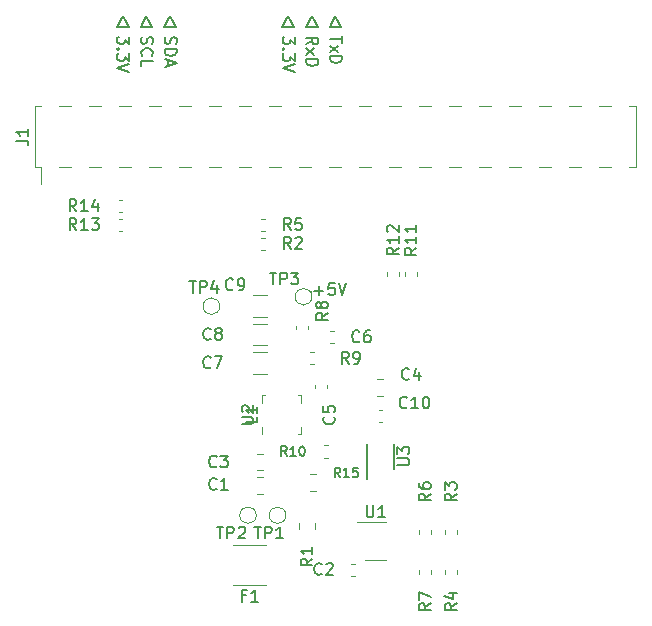
<source format=gto>
G04 #@! TF.GenerationSoftware,KiCad,Pcbnew,(5.0.0)*
G04 #@! TF.CreationDate,2020-07-21T01:32:20+09:00*
G04 #@! TF.ProjectId,WioTerminal_M5Adapter,57696F5465726D696E616C5F4D354164,rev?*
G04 #@! TF.SameCoordinates,PX206cc80PYfe6f74f0*
G04 #@! TF.FileFunction,Legend,Top*
G04 #@! TF.FilePolarity,Positive*
%FSLAX46Y46*%
G04 Gerber Fmt 4.6, Leading zero omitted, Abs format (unit mm)*
G04 Created by KiCad (PCBNEW (5.0.0)) date 07/21/20 01:32:20*
%MOMM*%
%LPD*%
G01*
G04 APERTURE LIST*
%ADD10C,0.150000*%
%ADD11C,0.200000*%
%ADD12C,0.120000*%
%ADD13C,0.140000*%
G04 APERTURE END LIST*
D10*
X-2000000Y2200000D02*
X-2100000Y2100000D01*
X-1785715Y2228571D02*
X-1023810Y2228571D01*
X-1404762Y1847619D02*
X-1404762Y2609523D01*
X-71429Y2847619D02*
X-547620Y2847619D01*
X-595239Y2371428D01*
X-547620Y2419047D01*
X-452381Y2466666D01*
X-214286Y2466666D01*
X-119048Y2419047D01*
X-71429Y2371428D01*
X-23810Y2276190D01*
X-23810Y2038095D01*
X-71429Y1942857D01*
X-119048Y1895238D01*
X-214286Y1847619D01*
X-452381Y1847619D01*
X-547620Y1895238D01*
X-595239Y1942857D01*
X261904Y2847619D02*
X595238Y1847619D01*
X928571Y2847619D01*
X-18500000Y24500000D02*
X-18000000Y25500000D01*
X-17500000Y24500000D02*
X-18500000Y24500000D01*
X-18000000Y25500000D02*
X-17500000Y24500000D01*
X-16000000Y25500000D02*
X-15500000Y24500000D01*
X-15500000Y24500000D02*
X-16500000Y24500000D01*
X-16500000Y24500000D02*
X-16000000Y25500000D01*
X-14000000Y25500000D02*
X-13500000Y24500000D01*
X-14500000Y24500000D02*
X-14000000Y25500000D01*
X-13500000Y24500000D02*
X-14500000Y24500000D01*
X-4500000Y24500000D02*
X-4000000Y25500000D01*
X-4000000Y25500000D02*
X-3500000Y24500000D01*
X-3500000Y24500000D02*
X-4500000Y24500000D01*
X-1500000Y24500000D02*
X-2500000Y24500000D01*
X-2000000Y25500000D02*
X-1500000Y24500000D01*
X-2500000Y24500000D02*
X-2000000Y25500000D01*
X-500000Y24500000D02*
X0Y25500000D01*
X500000Y24500000D02*
X-500000Y24500000D01*
X0Y25500000D02*
X500000Y24500000D01*
D11*
X-17452381Y23727142D02*
X-17452381Y23108095D01*
X-17833334Y23441428D01*
X-17833334Y23298571D01*
X-17880953Y23203333D01*
X-17928572Y23155714D01*
X-18023810Y23108095D01*
X-18261905Y23108095D01*
X-18357143Y23155714D01*
X-18404762Y23203333D01*
X-18452381Y23298571D01*
X-18452381Y23584285D01*
X-18404762Y23679523D01*
X-18357143Y23727142D01*
X-18357143Y22679523D02*
X-18404762Y22631904D01*
X-18452381Y22679523D01*
X-18404762Y22727142D01*
X-18357143Y22679523D01*
X-18452381Y22679523D01*
X-17452381Y22298571D02*
X-17452381Y21679523D01*
X-17833334Y22012857D01*
X-17833334Y21870000D01*
X-17880953Y21774761D01*
X-17928572Y21727142D01*
X-18023810Y21679523D01*
X-18261905Y21679523D01*
X-18357143Y21727142D01*
X-18404762Y21774761D01*
X-18452381Y21870000D01*
X-18452381Y22155714D01*
X-18404762Y22250952D01*
X-18357143Y22298571D01*
X-17452381Y21393809D02*
X-18452381Y21060476D01*
X-17452381Y20727142D01*
X-16404762Y23679523D02*
X-16452381Y23536666D01*
X-16452381Y23298571D01*
X-16404762Y23203333D01*
X-16357143Y23155714D01*
X-16261905Y23108095D01*
X-16166667Y23108095D01*
X-16071429Y23155714D01*
X-16023810Y23203333D01*
X-15976191Y23298571D01*
X-15928572Y23489047D01*
X-15880953Y23584285D01*
X-15833334Y23631904D01*
X-15738096Y23679523D01*
X-15642858Y23679523D01*
X-15547620Y23631904D01*
X-15500000Y23584285D01*
X-15452381Y23489047D01*
X-15452381Y23250952D01*
X-15500000Y23108095D01*
X-16357143Y22108095D02*
X-16404762Y22155714D01*
X-16452381Y22298571D01*
X-16452381Y22393809D01*
X-16404762Y22536666D01*
X-16309524Y22631904D01*
X-16214286Y22679523D01*
X-16023810Y22727142D01*
X-15880953Y22727142D01*
X-15690477Y22679523D01*
X-15595239Y22631904D01*
X-15500000Y22536666D01*
X-15452381Y22393809D01*
X-15452381Y22298571D01*
X-15500000Y22155714D01*
X-15547620Y22108095D01*
X-16452381Y21203333D02*
X-16452381Y21679523D01*
X-15452381Y21679523D01*
X-14404762Y23679523D02*
X-14452381Y23536666D01*
X-14452381Y23298571D01*
X-14404762Y23203333D01*
X-14357143Y23155714D01*
X-14261905Y23108095D01*
X-14166667Y23108095D01*
X-14071429Y23155714D01*
X-14023810Y23203333D01*
X-13976191Y23298571D01*
X-13928572Y23489047D01*
X-13880953Y23584285D01*
X-13833334Y23631904D01*
X-13738096Y23679523D01*
X-13642858Y23679523D01*
X-13547620Y23631904D01*
X-13500000Y23584285D01*
X-13452381Y23489047D01*
X-13452381Y23250952D01*
X-13500000Y23108095D01*
X-14452381Y22679523D02*
X-13452381Y22679523D01*
X-13452381Y22441428D01*
X-13500000Y22298571D01*
X-13595239Y22203333D01*
X-13690477Y22155714D01*
X-13880953Y22108095D01*
X-14023810Y22108095D01*
X-14214286Y22155714D01*
X-14309524Y22203333D01*
X-14404762Y22298571D01*
X-14452381Y22441428D01*
X-14452381Y22679523D01*
X-14166667Y21727142D02*
X-14166667Y21250952D01*
X-14452381Y21822380D02*
X-13452381Y21489047D01*
X-14452381Y21155714D01*
X-3452381Y23727142D02*
X-3452381Y23108095D01*
X-3833334Y23441428D01*
X-3833334Y23298571D01*
X-3880953Y23203333D01*
X-3928572Y23155714D01*
X-4023810Y23108095D01*
X-4261905Y23108095D01*
X-4357143Y23155714D01*
X-4404762Y23203333D01*
X-4452381Y23298571D01*
X-4452381Y23584285D01*
X-4404762Y23679523D01*
X-4357143Y23727142D01*
X-4357143Y22679523D02*
X-4404762Y22631904D01*
X-4452381Y22679523D01*
X-4404762Y22727142D01*
X-4357143Y22679523D01*
X-4452381Y22679523D01*
X-3452381Y22298571D02*
X-3452381Y21679523D01*
X-3833334Y22012857D01*
X-3833334Y21870000D01*
X-3880953Y21774761D01*
X-3928572Y21727142D01*
X-4023810Y21679523D01*
X-4261905Y21679523D01*
X-4357143Y21727142D01*
X-4404762Y21774761D01*
X-4452381Y21870000D01*
X-4452381Y22155714D01*
X-4404762Y22250952D01*
X-4357143Y22298571D01*
X-3452381Y21393809D02*
X-4452381Y21060476D01*
X-3452381Y20727142D01*
X-2452381Y23060476D02*
X-1976191Y23393809D01*
X-2452381Y23631904D02*
X-1452381Y23631904D01*
X-1452381Y23250952D01*
X-1500000Y23155714D01*
X-1547620Y23108095D01*
X-1642858Y23060476D01*
X-1785715Y23060476D01*
X-1880953Y23108095D01*
X-1928572Y23155714D01*
X-1976191Y23250952D01*
X-1976191Y23631904D01*
X-2452381Y22727142D02*
X-1785715Y22203333D01*
X-1785715Y22727142D02*
X-2452381Y22203333D01*
X-2452381Y21822380D02*
X-1452381Y21822380D01*
X-1452381Y21584285D01*
X-1500000Y21441428D01*
X-1595239Y21346190D01*
X-1690477Y21298571D01*
X-1880953Y21250952D01*
X-2023810Y21250952D01*
X-2214286Y21298571D01*
X-2309524Y21346190D01*
X-2404762Y21441428D01*
X-2452381Y21584285D01*
X-2452381Y21822380D01*
X547619Y23774761D02*
X547619Y23203333D01*
X-452381Y23489047D02*
X547619Y23489047D01*
X-452381Y22965238D02*
X214285Y22441428D01*
X214285Y22965238D02*
X-452381Y22441428D01*
X-452381Y22060476D02*
X547619Y22060476D01*
X547619Y21822380D01*
X500000Y21679523D01*
X404761Y21584285D01*
X309523Y21536666D01*
X119047Y21489047D01*
X-23810Y21489047D01*
X-214286Y21536666D01*
X-309524Y21584285D01*
X-404762Y21679523D01*
X-452381Y21822380D01*
X-452381Y22060476D01*
D12*
G04 #@! TO.C,U2*
X-2950000Y-9950000D02*
X-3200000Y-9950000D01*
X-3200000Y-6650000D02*
X-2950000Y-6650000D01*
X-6000000Y-6650000D02*
X-6250000Y-6650000D01*
X-2950000Y-9950000D02*
X-2950000Y-9285000D01*
X-6250000Y-7315000D02*
X-6250000Y-6650000D01*
X-6250000Y-9950000D02*
X-6250000Y-9285000D01*
X-2950000Y-7315000D02*
X-2950000Y-6650000D01*
G04 #@! TO.C,C1*
X-6141422Y-13590000D02*
X-6658578Y-13590000D01*
X-6141422Y-15010000D02*
X-6658578Y-15010000D01*
G04 #@! TO.C,C2*
X1662779Y-20890000D02*
X1337221Y-20890000D01*
X1662779Y-21910000D02*
X1337221Y-21910000D01*
G04 #@! TO.C,C3*
X-6141422Y-13010000D02*
X-6658578Y-13010000D01*
X-6141422Y-11590000D02*
X-6658578Y-11590000D01*
G04 #@! TO.C,C4*
X3541422Y-6710000D02*
X4058578Y-6710000D01*
X3541422Y-5290000D02*
X4058578Y-5290000D01*
G04 #@! TO.C,C5*
X-1710000Y-6062779D02*
X-1710000Y-5737221D01*
X-690000Y-6062779D02*
X-690000Y-5737221D01*
G04 #@! TO.C,C6*
X-462779Y-1190000D02*
X-137221Y-1190000D01*
X-462779Y-2210000D02*
X-137221Y-2210000D01*
G04 #@! TO.C,C7*
X-5797936Y-2990000D02*
X-7002064Y-2990000D01*
X-5797936Y-4810000D02*
X-7002064Y-4810000D01*
G04 #@! TO.C,C8*
X-5797936Y-2410000D02*
X-7002064Y-2410000D01*
X-5797936Y-590000D02*
X-7002064Y-590000D01*
G04 #@! TO.C,C9*
X-5797936Y1810000D02*
X-7002064Y1810000D01*
X-5797936Y-10000D02*
X-7002064Y-10000D01*
G04 #@! TO.C,R1*
X-3110000Y-17478922D02*
X-3110000Y-17996078D01*
X-1690000Y-17478922D02*
X-1690000Y-17996078D01*
G04 #@! TO.C,R2*
X-5937221Y6710000D02*
X-6262779Y6710000D01*
X-5937221Y5690000D02*
X-6262779Y5690000D01*
G04 #@! TO.C,R3*
X10310000Y-18049721D02*
X10310000Y-18375279D01*
X9290000Y-18049721D02*
X9290000Y-18375279D01*
G04 #@! TO.C,R4*
X9290000Y-21449721D02*
X9290000Y-21775279D01*
X10310000Y-21449721D02*
X10310000Y-21775279D01*
G04 #@! TO.C,R5*
X-5937221Y8310000D02*
X-6262779Y8310000D01*
X-5937221Y7290000D02*
X-6262779Y7290000D01*
G04 #@! TO.C,R6*
X8110000Y-18049721D02*
X8110000Y-18375279D01*
X7090000Y-18049721D02*
X7090000Y-18375279D01*
G04 #@! TO.C,R7*
X7090000Y-21449721D02*
X7090000Y-21775279D01*
X8110000Y-21449721D02*
X8110000Y-21775279D01*
G04 #@! TO.C,R8*
X-2290000Y-737221D02*
X-2290000Y-1062779D01*
X-3310000Y-737221D02*
X-3310000Y-1062779D01*
G04 #@! TO.C,R9*
X-2150279Y-4010000D02*
X-1824721Y-4010000D01*
X-2150279Y-2990000D02*
X-1824721Y-2990000D01*
G04 #@! TO.C,R10*
X-649721Y-10890000D02*
X-975279Y-10890000D01*
X-649721Y-11910000D02*
X-975279Y-11910000D01*
G04 #@! TO.C,R11*
X5890000Y3437221D02*
X5890000Y3762779D01*
X6910000Y3437221D02*
X6910000Y3762779D01*
G04 #@! TO.C,R12*
X4390000Y3449721D02*
X4390000Y3775279D01*
X5410000Y3449721D02*
X5410000Y3775279D01*
G04 #@! TO.C,R13*
X-18037221Y7290000D02*
X-18362779Y7290000D01*
X-18037221Y8310000D02*
X-18362779Y8310000D01*
G04 #@! TO.C,R14*
X-18037221Y9910000D02*
X-18362779Y9910000D01*
X-18037221Y8890000D02*
X-18362779Y8890000D01*
G04 #@! TO.C,TP1*
X-4200000Y-16800000D02*
G75*
G03X-4200000Y-16800000I-700000J0D01*
G01*
G04 #@! TO.C,TP2*
X-6700000Y-16800000D02*
G75*
G03X-6700000Y-16800000I-700000J0D01*
G01*
G04 #@! TO.C,TP3*
X-2000000Y1700000D02*
G75*
G03X-2000000Y1700000I-700000J0D01*
G01*
G04 #@! TO.C,TP4*
X-9800000Y900000D02*
G75*
G03X-9800000Y900000I-700000J0D01*
G01*
G04 #@! TO.C,U1*
X4300000Y-17410000D02*
X1850000Y-17410000D01*
X2500000Y-20630000D02*
X4300000Y-20630000D01*
G04 #@! TO.C,F1*
X-5876248Y-19290000D02*
X-8648752Y-19290000D01*
X-5876248Y-22710000D02*
X-8648752Y-22710000D01*
G04 #@! TO.C,R15*
X-1603922Y-13290000D02*
X-2121078Y-13290000D01*
X-1603922Y-14710000D02*
X-2121078Y-14710000D01*
D10*
G04 #@! TO.C,U3*
X2675000Y-13700000D02*
X2675000Y-10725000D01*
X4925000Y-12875000D02*
X4925000Y-10725000D01*
D12*
G04 #@! TO.C,J1*
X22350000Y17850000D02*
X23370000Y17850000D01*
X22350000Y12650000D02*
X23370000Y12650000D01*
X19810000Y17850000D02*
X20830000Y17850000D01*
X19810000Y12650000D02*
X20830000Y12650000D01*
X17270000Y17850000D02*
X18290000Y17850000D01*
X17270000Y12650000D02*
X18290000Y12650000D01*
X14730000Y17850000D02*
X15750000Y17850000D01*
X14730000Y12650000D02*
X15750000Y12650000D01*
X12190000Y17850000D02*
X13210000Y17850000D01*
X12190000Y12650000D02*
X13210000Y12650000D01*
X9650000Y17850000D02*
X10670000Y17850000D01*
X9650000Y12650000D02*
X10670000Y12650000D01*
X7110000Y17850000D02*
X8130000Y17850000D01*
X7110000Y12650000D02*
X8130000Y12650000D01*
X4570000Y17850000D02*
X5590000Y17850000D01*
X4570000Y12650000D02*
X5590000Y12650000D01*
X2030000Y17850000D02*
X3050000Y17850000D01*
X2030000Y12650000D02*
X3050000Y12650000D01*
X-510000Y17850000D02*
X510000Y17850000D01*
X-510000Y12650000D02*
X510000Y12650000D01*
X-3050000Y17850000D02*
X-2030000Y17850000D01*
X-3050000Y12650000D02*
X-2030000Y12650000D01*
X-5590000Y17850000D02*
X-4570000Y17850000D01*
X-5590000Y12650000D02*
X-4570000Y12650000D01*
X-8130000Y17850000D02*
X-7110000Y17850000D01*
X-8130000Y12650000D02*
X-7110000Y12650000D01*
X-10670000Y17850000D02*
X-9650000Y17850000D01*
X-10670000Y12650000D02*
X-9650000Y12650000D01*
X-13210000Y17850000D02*
X-12190000Y17850000D01*
X-13210000Y12650000D02*
X-12190000Y12650000D01*
X-15750000Y17850000D02*
X-14730000Y17850000D01*
X-15750000Y12650000D02*
X-14730000Y12650000D01*
X-18290000Y17850000D02*
X-17270000Y17850000D01*
X-18290000Y12650000D02*
X-17270000Y12650000D01*
X-20830000Y17850000D02*
X-19810000Y17850000D01*
X-20830000Y12650000D02*
X-19810000Y12650000D01*
X-23370000Y17850000D02*
X-22350000Y17850000D01*
X-23370000Y12650000D02*
X-22350000Y12650000D01*
X24890000Y17850000D02*
X25460000Y17850000D01*
X24890000Y12650000D02*
X25460000Y12650000D01*
X-25460000Y17850000D02*
X-24890000Y17850000D01*
X-25460000Y12650000D02*
X-24890000Y12650000D01*
X-24890000Y11210000D02*
X-24890000Y12650000D01*
X25460000Y12650000D02*
X25460000Y17850000D01*
X-25460000Y12650000D02*
X-25460000Y17850000D01*
G04 #@! TO.C,C10*
X3649721Y-8910000D02*
X3975279Y-8910000D01*
X3649721Y-7890000D02*
X3975279Y-7890000D01*
G04 #@! TO.C,U2*
D10*
X-7947620Y-9061905D02*
X-7138096Y-9061905D01*
X-7042858Y-9014286D01*
X-6995239Y-8966667D01*
X-6947620Y-8871429D01*
X-6947620Y-8680953D01*
X-6995239Y-8585715D01*
X-7042858Y-8538096D01*
X-7138096Y-8490477D01*
X-7947620Y-8490477D01*
X-7852381Y-8061905D02*
X-7900000Y-8014286D01*
X-7947620Y-7919048D01*
X-7947620Y-7680953D01*
X-7900000Y-7585715D01*
X-7852381Y-7538096D01*
X-7757143Y-7490477D01*
X-7661905Y-7490477D01*
X-7519048Y-7538096D01*
X-6947620Y-8109524D01*
X-6947620Y-7490477D01*
G04 #@! TO.C,C1*
X-10066667Y-14557143D02*
X-10114286Y-14604762D01*
X-10257143Y-14652381D01*
X-10352381Y-14652381D01*
X-10495239Y-14604762D01*
X-10590477Y-14509524D01*
X-10638096Y-14414286D01*
X-10685715Y-14223810D01*
X-10685715Y-14080953D01*
X-10638096Y-13890477D01*
X-10590477Y-13795239D01*
X-10495239Y-13700000D01*
X-10352381Y-13652381D01*
X-10257143Y-13652381D01*
X-10114286Y-13700000D01*
X-10066667Y-13747620D01*
X-9114286Y-14652381D02*
X-9685715Y-14652381D01*
X-9400000Y-14652381D02*
X-9400000Y-13652381D01*
X-9495239Y-13795239D01*
X-9590477Y-13890477D01*
X-9685715Y-13938096D01*
G04 #@! TO.C,C2*
X-1166667Y-21757143D02*
X-1214286Y-21804762D01*
X-1357143Y-21852381D01*
X-1452381Y-21852381D01*
X-1595239Y-21804762D01*
X-1690477Y-21709524D01*
X-1738096Y-21614286D01*
X-1785715Y-21423810D01*
X-1785715Y-21280953D01*
X-1738096Y-21090477D01*
X-1690477Y-20995239D01*
X-1595239Y-20900000D01*
X-1452381Y-20852381D01*
X-1357143Y-20852381D01*
X-1214286Y-20900000D01*
X-1166667Y-20947620D01*
X-785715Y-20947620D02*
X-738096Y-20900000D01*
X-642858Y-20852381D01*
X-404762Y-20852381D01*
X-309524Y-20900000D01*
X-261905Y-20947620D01*
X-214286Y-21042858D01*
X-214286Y-21138096D01*
X-261905Y-21280953D01*
X-833334Y-21852381D01*
X-214286Y-21852381D01*
G04 #@! TO.C,C3*
X-10066667Y-12657143D02*
X-10114286Y-12704762D01*
X-10257143Y-12752381D01*
X-10352381Y-12752381D01*
X-10495239Y-12704762D01*
X-10590477Y-12609524D01*
X-10638096Y-12514286D01*
X-10685715Y-12323810D01*
X-10685715Y-12180953D01*
X-10638096Y-11990477D01*
X-10590477Y-11895239D01*
X-10495239Y-11800000D01*
X-10352381Y-11752381D01*
X-10257143Y-11752381D01*
X-10114286Y-11800000D01*
X-10066667Y-11847620D01*
X-9733334Y-11752381D02*
X-9114286Y-11752381D01*
X-9447620Y-12133334D01*
X-9304762Y-12133334D01*
X-9209524Y-12180953D01*
X-9161905Y-12228572D01*
X-9114286Y-12323810D01*
X-9114286Y-12561905D01*
X-9161905Y-12657143D01*
X-9209524Y-12704762D01*
X-9304762Y-12752381D01*
X-9590477Y-12752381D01*
X-9685715Y-12704762D01*
X-9733334Y-12657143D01*
G04 #@! TO.C,C4*
X6233333Y-5257143D02*
X6185714Y-5304762D01*
X6042857Y-5352381D01*
X5947619Y-5352381D01*
X5804761Y-5304762D01*
X5709523Y-5209524D01*
X5661904Y-5114286D01*
X5614285Y-4923810D01*
X5614285Y-4780953D01*
X5661904Y-4590477D01*
X5709523Y-4495239D01*
X5804761Y-4400000D01*
X5947619Y-4352381D01*
X6042857Y-4352381D01*
X6185714Y-4400000D01*
X6233333Y-4447620D01*
X7090476Y-4685715D02*
X7090476Y-5352381D01*
X6852380Y-4304762D02*
X6614285Y-5019048D01*
X7233333Y-5019048D01*
G04 #@! TO.C,C5*
X-142858Y-8466667D02*
X-95239Y-8514286D01*
X-47620Y-8657143D01*
X-47620Y-8752381D01*
X-95239Y-8895239D01*
X-190477Y-8990477D01*
X-285715Y-9038096D01*
X-476191Y-9085715D01*
X-619048Y-9085715D01*
X-809524Y-9038096D01*
X-904762Y-8990477D01*
X-1000000Y-8895239D01*
X-1047620Y-8752381D01*
X-1047620Y-8657143D01*
X-1000000Y-8514286D01*
X-952381Y-8466667D01*
X-1047620Y-7561905D02*
X-1047620Y-8038096D01*
X-571429Y-8085715D01*
X-619048Y-8038096D01*
X-666667Y-7942858D01*
X-666667Y-7704762D01*
X-619048Y-7609524D01*
X-571429Y-7561905D01*
X-476191Y-7514286D01*
X-238096Y-7514286D01*
X-142858Y-7561905D01*
X-95239Y-7609524D01*
X-47620Y-7704762D01*
X-47620Y-7942858D01*
X-95239Y-8038096D01*
X-142858Y-8085715D01*
G04 #@! TO.C,C6*
X2033333Y-2057143D02*
X1985714Y-2104762D01*
X1842857Y-2152381D01*
X1747619Y-2152381D01*
X1604761Y-2104762D01*
X1509523Y-2009524D01*
X1461904Y-1914286D01*
X1414285Y-1723810D01*
X1414285Y-1580953D01*
X1461904Y-1390477D01*
X1509523Y-1295239D01*
X1604761Y-1200000D01*
X1747619Y-1152381D01*
X1842857Y-1152381D01*
X1985714Y-1200000D01*
X2033333Y-1247620D01*
X2890476Y-1152381D02*
X2700000Y-1152381D01*
X2604761Y-1200000D01*
X2557142Y-1247620D01*
X2461904Y-1390477D01*
X2414285Y-1580953D01*
X2414285Y-1961905D01*
X2461904Y-2057143D01*
X2509523Y-2104762D01*
X2604761Y-2152381D01*
X2795238Y-2152381D01*
X2890476Y-2104762D01*
X2938095Y-2057143D01*
X2985714Y-1961905D01*
X2985714Y-1723810D01*
X2938095Y-1628572D01*
X2890476Y-1580953D01*
X2795238Y-1533334D01*
X2604761Y-1533334D01*
X2509523Y-1580953D01*
X2461904Y-1628572D01*
X2414285Y-1723810D01*
G04 #@! TO.C,C7*
X-10566667Y-4257143D02*
X-10614286Y-4304762D01*
X-10757143Y-4352381D01*
X-10852381Y-4352381D01*
X-10995239Y-4304762D01*
X-11090477Y-4209524D01*
X-11138096Y-4114286D01*
X-11185715Y-3923810D01*
X-11185715Y-3780953D01*
X-11138096Y-3590477D01*
X-11090477Y-3495239D01*
X-10995239Y-3400000D01*
X-10852381Y-3352381D01*
X-10757143Y-3352381D01*
X-10614286Y-3400000D01*
X-10566667Y-3447620D01*
X-10233334Y-3352381D02*
X-9566667Y-3352381D01*
X-9995239Y-4352381D01*
G04 #@! TO.C,C8*
X-10566667Y-1857143D02*
X-10614286Y-1904762D01*
X-10757143Y-1952381D01*
X-10852381Y-1952381D01*
X-10995239Y-1904762D01*
X-11090477Y-1809524D01*
X-11138096Y-1714286D01*
X-11185715Y-1523810D01*
X-11185715Y-1380953D01*
X-11138096Y-1190477D01*
X-11090477Y-1095239D01*
X-10995239Y-1000000D01*
X-10852381Y-952381D01*
X-10757143Y-952381D01*
X-10614286Y-1000000D01*
X-10566667Y-1047620D01*
X-9995239Y-1380953D02*
X-10090477Y-1333334D01*
X-10138096Y-1285715D01*
X-10185715Y-1190477D01*
X-10185715Y-1142858D01*
X-10138096Y-1047620D01*
X-10090477Y-1000000D01*
X-9995239Y-952381D01*
X-9804762Y-952381D01*
X-9709524Y-1000000D01*
X-9661905Y-1047620D01*
X-9614286Y-1142858D01*
X-9614286Y-1190477D01*
X-9661905Y-1285715D01*
X-9709524Y-1333334D01*
X-9804762Y-1380953D01*
X-9995239Y-1380953D01*
X-10090477Y-1428572D01*
X-10138096Y-1476191D01*
X-10185715Y-1571429D01*
X-10185715Y-1761905D01*
X-10138096Y-1857143D01*
X-10090477Y-1904762D01*
X-9995239Y-1952381D01*
X-9804762Y-1952381D01*
X-9709524Y-1904762D01*
X-9661905Y-1857143D01*
X-9614286Y-1761905D01*
X-9614286Y-1571429D01*
X-9661905Y-1476191D01*
X-9709524Y-1428572D01*
X-9804762Y-1380953D01*
G04 #@! TO.C,C9*
X-8666667Y2342857D02*
X-8714286Y2295238D01*
X-8857143Y2247619D01*
X-8952381Y2247619D01*
X-9095239Y2295238D01*
X-9190477Y2390476D01*
X-9238096Y2485714D01*
X-9285715Y2676190D01*
X-9285715Y2819047D01*
X-9238096Y3009523D01*
X-9190477Y3104761D01*
X-9095239Y3200000D01*
X-8952381Y3247619D01*
X-8857143Y3247619D01*
X-8714286Y3200000D01*
X-8666667Y3152380D01*
X-8190477Y2247619D02*
X-8000000Y2247619D01*
X-7904762Y2295238D01*
X-7857143Y2342857D01*
X-7761905Y2485714D01*
X-7714286Y2676190D01*
X-7714286Y3057142D01*
X-7761905Y3152380D01*
X-7809524Y3200000D01*
X-7904762Y3247619D01*
X-8095239Y3247619D01*
X-8190477Y3200000D01*
X-8238096Y3152380D01*
X-8285715Y3057142D01*
X-8285715Y2819047D01*
X-8238096Y2723809D01*
X-8190477Y2676190D01*
X-8095239Y2628571D01*
X-7904762Y2628571D01*
X-7809524Y2676190D01*
X-7761905Y2723809D01*
X-7714286Y2819047D01*
G04 #@! TO.C,R1*
X-1947620Y-20466667D02*
X-2423810Y-20800000D01*
X-1947620Y-21038096D02*
X-2947620Y-21038096D01*
X-2947620Y-20657143D01*
X-2900000Y-20561905D01*
X-2852381Y-20514286D01*
X-2757143Y-20466667D01*
X-2614286Y-20466667D01*
X-2519048Y-20514286D01*
X-2471429Y-20561905D01*
X-2423810Y-20657143D01*
X-2423810Y-21038096D01*
X-1947620Y-19514286D02*
X-1947620Y-20085715D01*
X-1947620Y-19800000D02*
X-2947620Y-19800000D01*
X-2804762Y-19895239D01*
X-2709524Y-19990477D01*
X-2661905Y-20085715D01*
G04 #@! TO.C,R2*
X-3779167Y5747619D02*
X-4112500Y6223809D01*
X-4350596Y5747619D02*
X-4350596Y6747619D01*
X-3969643Y6747619D01*
X-3874405Y6700000D01*
X-3826786Y6652380D01*
X-3779167Y6557142D01*
X-3779167Y6414285D01*
X-3826786Y6319047D01*
X-3874405Y6271428D01*
X-3969643Y6223809D01*
X-4350596Y6223809D01*
X-3398215Y6652380D02*
X-3350596Y6700000D01*
X-3255358Y6747619D01*
X-3017262Y6747619D01*
X-2922024Y6700000D01*
X-2874405Y6652380D01*
X-2826786Y6557142D01*
X-2826786Y6461904D01*
X-2874405Y6319047D01*
X-3445834Y5747619D01*
X-2826786Y5747619D01*
G04 #@! TO.C,R3*
X10252380Y-14966667D02*
X9776190Y-15300000D01*
X10252380Y-15538096D02*
X9252380Y-15538096D01*
X9252380Y-15157143D01*
X9300000Y-15061905D01*
X9347619Y-15014286D01*
X9442857Y-14966667D01*
X9585714Y-14966667D01*
X9680952Y-15014286D01*
X9728571Y-15061905D01*
X9776190Y-15157143D01*
X9776190Y-15538096D01*
X9252380Y-14633334D02*
X9252380Y-14014286D01*
X9633333Y-14347620D01*
X9633333Y-14204762D01*
X9680952Y-14109524D01*
X9728571Y-14061905D01*
X9823809Y-14014286D01*
X10061904Y-14014286D01*
X10157142Y-14061905D01*
X10204761Y-14109524D01*
X10252380Y-14204762D01*
X10252380Y-14490477D01*
X10204761Y-14585715D01*
X10157142Y-14633334D01*
G04 #@! TO.C,R4*
X10252380Y-24266667D02*
X9776190Y-24600000D01*
X10252380Y-24838096D02*
X9252380Y-24838096D01*
X9252380Y-24457143D01*
X9300000Y-24361905D01*
X9347619Y-24314286D01*
X9442857Y-24266667D01*
X9585714Y-24266667D01*
X9680952Y-24314286D01*
X9728571Y-24361905D01*
X9776190Y-24457143D01*
X9776190Y-24838096D01*
X9585714Y-23409524D02*
X10252380Y-23409524D01*
X9204761Y-23647620D02*
X9919047Y-23885715D01*
X9919047Y-23266667D01*
G04 #@! TO.C,R5*
X-3779167Y7347619D02*
X-4112500Y7823809D01*
X-4350596Y7347619D02*
X-4350596Y8347619D01*
X-3969643Y8347619D01*
X-3874405Y8300000D01*
X-3826786Y8252380D01*
X-3779167Y8157142D01*
X-3779167Y8014285D01*
X-3826786Y7919047D01*
X-3874405Y7871428D01*
X-3969643Y7823809D01*
X-4350596Y7823809D01*
X-2874405Y8347619D02*
X-3350596Y8347619D01*
X-3398215Y7871428D01*
X-3350596Y7919047D01*
X-3255358Y7966666D01*
X-3017262Y7966666D01*
X-2922024Y7919047D01*
X-2874405Y7871428D01*
X-2826786Y7776190D01*
X-2826786Y7538095D01*
X-2874405Y7442857D01*
X-2922024Y7395238D01*
X-3017262Y7347619D01*
X-3255358Y7347619D01*
X-3350596Y7395238D01*
X-3398215Y7442857D01*
G04 #@! TO.C,R6*
X8052380Y-14966667D02*
X7576190Y-15300000D01*
X8052380Y-15538096D02*
X7052380Y-15538096D01*
X7052380Y-15157143D01*
X7100000Y-15061905D01*
X7147619Y-15014286D01*
X7242857Y-14966667D01*
X7385714Y-14966667D01*
X7480952Y-15014286D01*
X7528571Y-15061905D01*
X7576190Y-15157143D01*
X7576190Y-15538096D01*
X7052380Y-14109524D02*
X7052380Y-14300000D01*
X7100000Y-14395239D01*
X7147619Y-14442858D01*
X7290476Y-14538096D01*
X7480952Y-14585715D01*
X7861904Y-14585715D01*
X7957142Y-14538096D01*
X8004761Y-14490477D01*
X8052380Y-14395239D01*
X8052380Y-14204762D01*
X8004761Y-14109524D01*
X7957142Y-14061905D01*
X7861904Y-14014286D01*
X7623809Y-14014286D01*
X7528571Y-14061905D01*
X7480952Y-14109524D01*
X7433333Y-14204762D01*
X7433333Y-14395239D01*
X7480952Y-14490477D01*
X7528571Y-14538096D01*
X7623809Y-14585715D01*
G04 #@! TO.C,R7*
X8052380Y-24266667D02*
X7576190Y-24600000D01*
X8052380Y-24838096D02*
X7052380Y-24838096D01*
X7052380Y-24457143D01*
X7100000Y-24361905D01*
X7147619Y-24314286D01*
X7242857Y-24266667D01*
X7385714Y-24266667D01*
X7480952Y-24314286D01*
X7528571Y-24361905D01*
X7576190Y-24457143D01*
X7576190Y-24838096D01*
X7052380Y-23933334D02*
X7052380Y-23266667D01*
X8052380Y-23695239D01*
G04 #@! TO.C,R8*
X-647620Y333333D02*
X-1123810Y0D01*
X-647620Y-238096D02*
X-1647620Y-238096D01*
X-1647620Y142857D01*
X-1600000Y238095D01*
X-1552381Y285714D01*
X-1457143Y333333D01*
X-1314286Y333333D01*
X-1219048Y285714D01*
X-1171429Y238095D01*
X-1123810Y142857D01*
X-1123810Y-238096D01*
X-1219048Y904761D02*
X-1266667Y809523D01*
X-1314286Y761904D01*
X-1409524Y714285D01*
X-1457143Y714285D01*
X-1552381Y761904D01*
X-1600000Y809523D01*
X-1647620Y904761D01*
X-1647620Y1095238D01*
X-1600000Y1190476D01*
X-1552381Y1238095D01*
X-1457143Y1285714D01*
X-1409524Y1285714D01*
X-1314286Y1238095D01*
X-1266667Y1190476D01*
X-1219048Y1095238D01*
X-1219048Y904761D01*
X-1171429Y809523D01*
X-1123810Y761904D01*
X-1028572Y714285D01*
X-838096Y714285D01*
X-742858Y761904D01*
X-695239Y809523D01*
X-647620Y904761D01*
X-647620Y1095238D01*
X-695239Y1190476D01*
X-742858Y1238095D01*
X-838096Y1285714D01*
X-1028572Y1285714D01*
X-1123810Y1238095D01*
X-1171429Y1190476D01*
X-1219048Y1095238D01*
G04 #@! TO.C,R9*
X1133333Y-3952381D02*
X800000Y-3476191D01*
X561904Y-3952381D02*
X561904Y-2952381D01*
X942857Y-2952381D01*
X1038095Y-3000000D01*
X1085714Y-3047620D01*
X1133333Y-3142858D01*
X1133333Y-3285715D01*
X1085714Y-3380953D01*
X1038095Y-3428572D01*
X942857Y-3476191D01*
X561904Y-3476191D01*
X1609523Y-3952381D02*
X1800000Y-3952381D01*
X1895238Y-3904762D01*
X1942857Y-3857143D01*
X2038095Y-3714286D01*
X2085714Y-3523810D01*
X2085714Y-3142858D01*
X2038095Y-3047620D01*
X1990476Y-3000000D01*
X1895238Y-2952381D01*
X1704761Y-2952381D01*
X1609523Y-3000000D01*
X1561904Y-3047620D01*
X1514285Y-3142858D01*
X1514285Y-3380953D01*
X1561904Y-3476191D01*
X1609523Y-3523810D01*
X1704761Y-3571429D01*
X1895238Y-3571429D01*
X1990476Y-3523810D01*
X2038095Y-3476191D01*
X2085714Y-3380953D01*
G04 #@! TO.C,R10*
D13*
X-4114286Y-11761905D02*
X-4380953Y-11380953D01*
X-4571429Y-11761905D02*
X-4571429Y-10961905D01*
X-4266667Y-10961905D01*
X-4190477Y-11000000D01*
X-4152381Y-11038096D01*
X-4114286Y-11114286D01*
X-4114286Y-11228572D01*
X-4152381Y-11304762D01*
X-4190477Y-11342858D01*
X-4266667Y-11380953D01*
X-4571429Y-11380953D01*
X-3352381Y-11761905D02*
X-3809524Y-11761905D01*
X-3580953Y-11761905D02*
X-3580953Y-10961905D01*
X-3657143Y-11076191D01*
X-3733334Y-11152381D01*
X-3809524Y-11190477D01*
X-2857143Y-10961905D02*
X-2780953Y-10961905D01*
X-2704762Y-11000000D01*
X-2666667Y-11038096D01*
X-2628572Y-11114286D01*
X-2590477Y-11266667D01*
X-2590477Y-11457143D01*
X-2628572Y-11609524D01*
X-2666667Y-11685715D01*
X-2704762Y-11723810D01*
X-2780953Y-11761905D01*
X-2857143Y-11761905D01*
X-2933334Y-11723810D01*
X-2971429Y-11685715D01*
X-3009524Y-11609524D01*
X-3047620Y-11457143D01*
X-3047620Y-11266667D01*
X-3009524Y-11114286D01*
X-2971429Y-11038096D01*
X-2933334Y-11000000D01*
X-2857143Y-10961905D01*
G04 #@! TO.C,R11*
D10*
X6852380Y5844642D02*
X6376190Y5511309D01*
X6852380Y5273214D02*
X5852380Y5273214D01*
X5852380Y5654166D01*
X5900000Y5749404D01*
X5947619Y5797023D01*
X6042857Y5844642D01*
X6185714Y5844642D01*
X6280952Y5797023D01*
X6328571Y5749404D01*
X6376190Y5654166D01*
X6376190Y5273214D01*
X6852380Y6797023D02*
X6852380Y6225595D01*
X6852380Y6511309D02*
X5852380Y6511309D01*
X5995238Y6416071D01*
X6090476Y6320833D01*
X6138095Y6225595D01*
X6852380Y7749404D02*
X6852380Y7177976D01*
X6852380Y7463690D02*
X5852380Y7463690D01*
X5995238Y7368452D01*
X6090476Y7273214D01*
X6138095Y7177976D01*
G04 #@! TO.C,R12*
X5352380Y5857142D02*
X4876190Y5523809D01*
X5352380Y5285714D02*
X4352380Y5285714D01*
X4352380Y5666666D01*
X4400000Y5761904D01*
X4447619Y5809523D01*
X4542857Y5857142D01*
X4685714Y5857142D01*
X4780952Y5809523D01*
X4828571Y5761904D01*
X4876190Y5666666D01*
X4876190Y5285714D01*
X5352380Y6809523D02*
X5352380Y6238095D01*
X5352380Y6523809D02*
X4352380Y6523809D01*
X4495238Y6428571D01*
X4590476Y6333333D01*
X4638095Y6238095D01*
X4447619Y7190476D02*
X4400000Y7238095D01*
X4352380Y7333333D01*
X4352380Y7571428D01*
X4400000Y7666666D01*
X4447619Y7714285D01*
X4542857Y7761904D01*
X4638095Y7761904D01*
X4780952Y7714285D01*
X5352380Y7142857D01*
X5352380Y7761904D01*
G04 #@! TO.C,R13*
X-21930358Y7347619D02*
X-22263691Y7823809D01*
X-22501786Y7347619D02*
X-22501786Y8347619D01*
X-22120834Y8347619D01*
X-22025596Y8300000D01*
X-21977977Y8252380D01*
X-21930358Y8157142D01*
X-21930358Y8014285D01*
X-21977977Y7919047D01*
X-22025596Y7871428D01*
X-22120834Y7823809D01*
X-22501786Y7823809D01*
X-20977977Y7347619D02*
X-21549405Y7347619D01*
X-21263691Y7347619D02*
X-21263691Y8347619D01*
X-21358929Y8204761D01*
X-21454167Y8109523D01*
X-21549405Y8061904D01*
X-20644643Y8347619D02*
X-20025596Y8347619D01*
X-20358929Y7966666D01*
X-20216072Y7966666D01*
X-20120834Y7919047D01*
X-20073215Y7871428D01*
X-20025596Y7776190D01*
X-20025596Y7538095D01*
X-20073215Y7442857D01*
X-20120834Y7395238D01*
X-20216072Y7347619D01*
X-20501786Y7347619D01*
X-20597024Y7395238D01*
X-20644643Y7442857D01*
G04 #@! TO.C,R14*
X-21930358Y8947619D02*
X-22263691Y9423809D01*
X-22501786Y8947619D02*
X-22501786Y9947619D01*
X-22120834Y9947619D01*
X-22025596Y9900000D01*
X-21977977Y9852380D01*
X-21930358Y9757142D01*
X-21930358Y9614285D01*
X-21977977Y9519047D01*
X-22025596Y9471428D01*
X-22120834Y9423809D01*
X-22501786Y9423809D01*
X-20977977Y8947619D02*
X-21549405Y8947619D01*
X-21263691Y8947619D02*
X-21263691Y9947619D01*
X-21358929Y9804761D01*
X-21454167Y9709523D01*
X-21549405Y9661904D01*
X-20120834Y9614285D02*
X-20120834Y8947619D01*
X-20358929Y9995238D02*
X-20597024Y9280952D01*
X-19977977Y9280952D01*
G04 #@! TO.C,TP1*
X-6861905Y-17752381D02*
X-6290477Y-17752381D01*
X-6576191Y-18752381D02*
X-6576191Y-17752381D01*
X-5957143Y-18752381D02*
X-5957143Y-17752381D01*
X-5576191Y-17752381D01*
X-5480953Y-17800000D01*
X-5433334Y-17847620D01*
X-5385715Y-17942858D01*
X-5385715Y-18085715D01*
X-5433334Y-18180953D01*
X-5480953Y-18228572D01*
X-5576191Y-18276191D01*
X-5957143Y-18276191D01*
X-4433334Y-18752381D02*
X-5004762Y-18752381D01*
X-4719048Y-18752381D02*
X-4719048Y-17752381D01*
X-4814286Y-17895239D01*
X-4909524Y-17990477D01*
X-5004762Y-18038096D01*
G04 #@! TO.C,TP2*
X-10061905Y-17752381D02*
X-9490477Y-17752381D01*
X-9776191Y-18752381D02*
X-9776191Y-17752381D01*
X-9157143Y-18752381D02*
X-9157143Y-17752381D01*
X-8776191Y-17752381D01*
X-8680953Y-17800000D01*
X-8633334Y-17847620D01*
X-8585715Y-17942858D01*
X-8585715Y-18085715D01*
X-8633334Y-18180953D01*
X-8680953Y-18228572D01*
X-8776191Y-18276191D01*
X-9157143Y-18276191D01*
X-8204762Y-17847620D02*
X-8157143Y-17800000D01*
X-8061905Y-17752381D01*
X-7823810Y-17752381D01*
X-7728572Y-17800000D01*
X-7680953Y-17847620D01*
X-7633334Y-17942858D01*
X-7633334Y-18038096D01*
X-7680953Y-18180953D01*
X-8252381Y-18752381D01*
X-7633334Y-18752381D01*
G04 #@! TO.C,TP3*
X-5561905Y3747619D02*
X-4990477Y3747619D01*
X-5276191Y2747619D02*
X-5276191Y3747619D01*
X-4657143Y2747619D02*
X-4657143Y3747619D01*
X-4276191Y3747619D01*
X-4180953Y3700000D01*
X-4133334Y3652380D01*
X-4085715Y3557142D01*
X-4085715Y3414285D01*
X-4133334Y3319047D01*
X-4180953Y3271428D01*
X-4276191Y3223809D01*
X-4657143Y3223809D01*
X-3752381Y3747619D02*
X-3133334Y3747619D01*
X-3466667Y3366666D01*
X-3323810Y3366666D01*
X-3228572Y3319047D01*
X-3180953Y3271428D01*
X-3133334Y3176190D01*
X-3133334Y2938095D01*
X-3180953Y2842857D01*
X-3228572Y2795238D01*
X-3323810Y2747619D01*
X-3609524Y2747619D01*
X-3704762Y2795238D01*
X-3752381Y2842857D01*
G04 #@! TO.C,TP4*
X-12361905Y3047619D02*
X-11790477Y3047619D01*
X-12076191Y2047619D02*
X-12076191Y3047619D01*
X-11457143Y2047619D02*
X-11457143Y3047619D01*
X-11076191Y3047619D01*
X-10980953Y3000000D01*
X-10933334Y2952380D01*
X-10885715Y2857142D01*
X-10885715Y2714285D01*
X-10933334Y2619047D01*
X-10980953Y2571428D01*
X-11076191Y2523809D01*
X-11457143Y2523809D01*
X-10028572Y2714285D02*
X-10028572Y2047619D01*
X-10266667Y3095238D02*
X-10504762Y2380952D01*
X-9885715Y2380952D01*
G04 #@! TO.C,U1*
X2638095Y-15972381D02*
X2638095Y-16781905D01*
X2685714Y-16877143D01*
X2733333Y-16924762D01*
X2828571Y-16972381D01*
X3019047Y-16972381D01*
X3114285Y-16924762D01*
X3161904Y-16877143D01*
X3209523Y-16781905D01*
X3209523Y-15972381D01*
X4209523Y-16972381D02*
X3638095Y-16972381D01*
X3923809Y-16972381D02*
X3923809Y-15972381D01*
X3828571Y-16115239D01*
X3733333Y-16210477D01*
X3638095Y-16258096D01*
G04 #@! TO.C,F1*
X-7595834Y-23578572D02*
X-7929167Y-23578572D01*
X-7929167Y-24102381D02*
X-7929167Y-23102381D01*
X-7452977Y-23102381D01*
X-6548215Y-24102381D02*
X-7119643Y-24102381D01*
X-6833929Y-24102381D02*
X-6833929Y-23102381D01*
X-6929167Y-23245239D01*
X-7024405Y-23340477D01*
X-7119643Y-23388096D01*
G04 #@! TO.C,R15*
X385714Y-13561905D02*
X119047Y-13180953D01*
X-71429Y-13561905D02*
X-71429Y-12761905D01*
X233333Y-12761905D01*
X309523Y-12800000D01*
X347619Y-12838096D01*
X385714Y-12914286D01*
X385714Y-13028572D01*
X347619Y-13104762D01*
X309523Y-13142858D01*
X233333Y-13180953D01*
X-71429Y-13180953D01*
X1147619Y-13561905D02*
X690476Y-13561905D01*
X919047Y-13561905D02*
X919047Y-12761905D01*
X842857Y-12876191D01*
X766666Y-12952381D01*
X690476Y-12990477D01*
X1871428Y-12761905D02*
X1490476Y-12761905D01*
X1452380Y-13142858D01*
X1490476Y-13104762D01*
X1566666Y-13066667D01*
X1757142Y-13066667D01*
X1833333Y-13104762D01*
X1871428Y-13142858D01*
X1909523Y-13219048D01*
X1909523Y-13409524D01*
X1871428Y-13485715D01*
X1833333Y-13523810D01*
X1757142Y-13561905D01*
X1566666Y-13561905D01*
X1490476Y-13523810D01*
X1452380Y-13485715D01*
G04 #@! TO.C,U3*
X5252380Y-12561905D02*
X6061904Y-12561905D01*
X6157142Y-12514286D01*
X6204761Y-12466667D01*
X6252380Y-12371429D01*
X6252380Y-12180953D01*
X6204761Y-12085715D01*
X6157142Y-12038096D01*
X6061904Y-11990477D01*
X5252380Y-11990477D01*
X5252380Y-11609524D02*
X5252380Y-10990477D01*
X5633333Y-11323810D01*
X5633333Y-11180953D01*
X5680952Y-11085715D01*
X5728571Y-11038096D01*
X5823809Y-10990477D01*
X6061904Y-10990477D01*
X6157142Y-11038096D01*
X6204761Y-11085715D01*
X6252380Y-11180953D01*
X6252380Y-11466667D01*
X6204761Y-11561905D01*
X6157142Y-11609524D01*
G04 #@! TO.C,J1*
X-27007620Y14916666D02*
X-26293334Y14916666D01*
X-26150477Y14869047D01*
X-26055239Y14773809D01*
X-26007620Y14630952D01*
X-26007620Y14535714D01*
X-26007620Y15916666D02*
X-26007620Y15345238D01*
X-26007620Y15630952D02*
X-27007620Y15630952D01*
X-26864762Y15535714D01*
X-26769524Y15440476D01*
X-26721905Y15345238D01*
G04 #@! TO.C,L1*
X-6607620Y-8466667D02*
X-6607620Y-8942858D01*
X-7607620Y-8942858D01*
X-6607620Y-7609524D02*
X-6607620Y-8180953D01*
X-6607620Y-7895239D02*
X-7607620Y-7895239D01*
X-7464762Y-7990477D01*
X-7369524Y-8085715D01*
X-7321905Y-8180953D01*
G04 #@! TO.C,C10*
X6057142Y-7657143D02*
X6009523Y-7704762D01*
X5866666Y-7752381D01*
X5771428Y-7752381D01*
X5628571Y-7704762D01*
X5533333Y-7609524D01*
X5485714Y-7514286D01*
X5438095Y-7323810D01*
X5438095Y-7180953D01*
X5485714Y-6990477D01*
X5533333Y-6895239D01*
X5628571Y-6800000D01*
X5771428Y-6752381D01*
X5866666Y-6752381D01*
X6009523Y-6800000D01*
X6057142Y-6847620D01*
X7009523Y-7752381D02*
X6438095Y-7752381D01*
X6723809Y-7752381D02*
X6723809Y-6752381D01*
X6628571Y-6895239D01*
X6533333Y-6990477D01*
X6438095Y-7038096D01*
X7628571Y-6752381D02*
X7723809Y-6752381D01*
X7819047Y-6800000D01*
X7866666Y-6847620D01*
X7914285Y-6942858D01*
X7961904Y-7133334D01*
X7961904Y-7371429D01*
X7914285Y-7561905D01*
X7866666Y-7657143D01*
X7819047Y-7704762D01*
X7723809Y-7752381D01*
X7628571Y-7752381D01*
X7533333Y-7704762D01*
X7485714Y-7657143D01*
X7438095Y-7561905D01*
X7390476Y-7371429D01*
X7390476Y-7133334D01*
X7438095Y-6942858D01*
X7485714Y-6847620D01*
X7533333Y-6800000D01*
X7628571Y-6752381D01*
G04 #@! TD*
M02*

</source>
